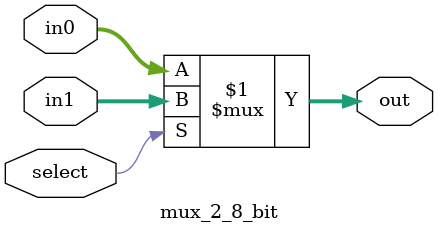
<source format=v>
module mux_2_8_bit(out, select, in0, in1);
	input select;
	input [7:0] in0, in1;
	output [7:0] out;
	assign out = select ? in1 : in0;
endmodule
</source>
